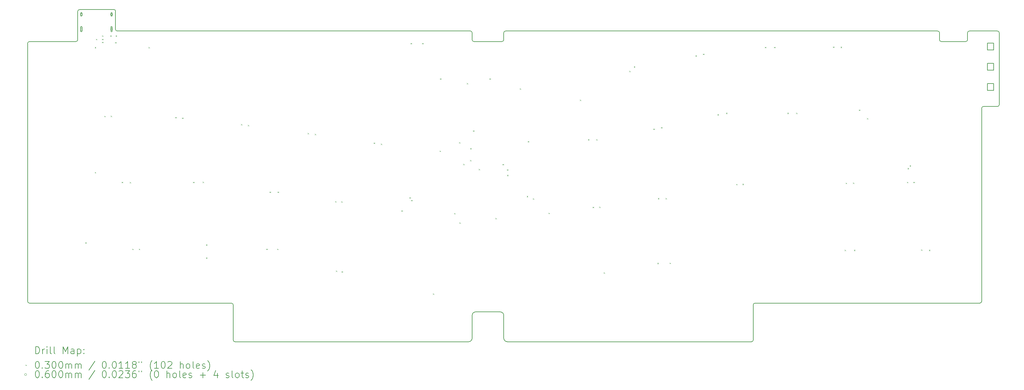
<source format=gbr>
%FSLAX45Y45*%
G04 Gerber Fmt 4.5, Leading zero omitted, Abs format (unit mm)*
G04 Created by KiCad (PCBNEW (5.99.0-9176-ga1730d51ff)) date 2021-05-08 16:46:10*
%MOMM*%
%LPD*%
G01*
G04 APERTURE LIST*
%TA.AperFunction,Profile*%
%ADD10C,0.200000*%
%TD*%
%ADD11C,0.200000*%
%ADD12C,0.030000*%
%ADD13C,0.060000*%
G04 APERTURE END LIST*
D10*
X9673000Y-9330000D02*
X9673000Y-9280000D01*
X34998000Y-9180000D02*
X34998000Y-9130000D01*
X34998000Y-16830000D02*
X28948000Y-16830000D01*
X34998000Y-9330000D02*
X34998000Y-9230000D01*
X34298000Y-9380000D02*
X34898000Y-9380000D01*
X28898000Y-16880000D02*
X28898000Y-16980000D01*
X10848000Y-9080000D02*
X13448000Y-9080000D01*
X22098000Y-17930000D02*
X21898000Y-17930000D01*
X35898000Y-9380000D02*
X35898000Y-11180000D01*
X8398000Y-9380000D02*
X8948000Y-9380000D01*
X35738000Y-9422000D02*
X35558000Y-9422000D01*
X35398000Y-12280000D02*
X35398000Y-13030000D01*
X14148000Y-17930000D02*
G75*
G02*
X14098000Y-17880000I0J50000D01*
G01*
X28898000Y-17880000D02*
G75*
G02*
X28848000Y-17930000I-50000J0D01*
G01*
X35558000Y-9622000D02*
X35738000Y-9622000D01*
X20498000Y-17930000D02*
X19548000Y-17930000D01*
X14098000Y-17880000D02*
X14098000Y-17680000D01*
X10748000Y-8730000D02*
X10748000Y-9030000D01*
X35583000Y-10572000D02*
X35558000Y-10572000D01*
X34198000Y-9230000D02*
X34198000Y-9330000D01*
X20898000Y-17180000D02*
G75*
G02*
X20998000Y-17080000I100000J0D01*
G01*
X14098000Y-17580000D02*
X14098000Y-16880000D01*
X20848000Y-9080000D02*
G75*
G02*
X20898000Y-9130000I0J-50000D01*
G01*
X35558000Y-9997500D02*
X35558000Y-10032500D01*
X35398000Y-16780000D02*
G75*
G02*
X35348000Y-16830000I-50000J0D01*
G01*
X21798000Y-17530000D02*
X21798000Y-17180000D01*
X35398000Y-11830000D02*
X35398000Y-12180000D01*
X35738000Y-10030000D02*
X35738000Y-9997000D01*
X20648000Y-17930000D02*
X20498000Y-17930000D01*
X35248000Y-9080000D02*
X35448000Y-9080000D01*
X21698000Y-17080000D02*
X20998000Y-17080000D01*
X28898000Y-16880000D02*
G75*
G02*
X28948000Y-16830000I50000J0D01*
G01*
X9673000Y-8930000D02*
X9673000Y-8730000D01*
X35558000Y-10572000D02*
X35558000Y-10607500D01*
X35738000Y-10772000D02*
X35738000Y-10734500D01*
X35738000Y-10572000D02*
X35713000Y-10572000D01*
X35398000Y-11280000D02*
X35398000Y-11405000D01*
X34998000Y-9230000D02*
X34998000Y-9180000D01*
X35713000Y-10572000D02*
X35583000Y-10572000D01*
X9673000Y-9280000D02*
X9673000Y-8930000D01*
X34248000Y-9380000D02*
X34298000Y-9380000D01*
X35558000Y-10735000D02*
X35558000Y-10772000D01*
X14048000Y-16830000D02*
G75*
G02*
X14098000Y-16880000I0J-50000D01*
G01*
X35898000Y-9280000D02*
X35898000Y-9380000D01*
X35348000Y-16830000D02*
X34998000Y-16830000D01*
X35558000Y-10164500D02*
X35558000Y-10197000D01*
X8248000Y-16330000D02*
X8248000Y-9580000D01*
X35738000Y-9432000D02*
X35738000Y-9422000D01*
X9673000Y-9330000D02*
G75*
G02*
X9623000Y-9380000I-50000J0D01*
G01*
X8298000Y-9380000D02*
X8398000Y-9380000D01*
X8298000Y-16830000D02*
G75*
G02*
X8248000Y-16780000I0J50000D01*
G01*
X10748000Y-8530000D02*
X10748000Y-8730000D01*
X35898000Y-11180000D02*
G75*
G02*
X35848000Y-11230000I-50000J0D01*
G01*
X13448000Y-9080000D02*
X13648000Y-9080000D01*
X9778000Y-8470000D02*
X10708000Y-8470000D01*
X22198000Y-17930000D02*
X22098000Y-17930000D01*
X35398000Y-13280000D02*
X35398000Y-14230000D01*
X21798000Y-9130000D02*
G75*
G02*
X21848000Y-9080000I50000J0D01*
G01*
X20898000Y-17830000D02*
G75*
G02*
X20798000Y-17930000I-100000J0D01*
G01*
X34198000Y-9180000D02*
X34198000Y-9230000D01*
X20898000Y-17180000D02*
X20898000Y-17530000D01*
X9673000Y-8730000D02*
X9673000Y-8530000D01*
X20898000Y-9130000D02*
X20898000Y-9330000D01*
X9673000Y-8520000D02*
G75*
G02*
X9723000Y-8470000I50000J0D01*
G01*
X10748000Y-8510000D02*
X10748000Y-8530000D01*
X22348000Y-17930000D02*
X22198000Y-17930000D01*
X35748000Y-9080000D02*
X35848000Y-9080000D01*
X35713000Y-10772000D02*
X35738000Y-10772000D01*
X34148000Y-9080000D02*
G75*
G02*
X34198000Y-9130000I0J-50000D01*
G01*
X8948000Y-9380000D02*
X9098000Y-9380000D01*
X34198000Y-9130000D02*
X34198000Y-9180000D01*
X20798000Y-17930000D02*
X20698000Y-17930000D01*
X35558000Y-10197000D02*
X35583000Y-10197000D01*
X20798000Y-9080000D02*
X20848000Y-9080000D01*
X35048000Y-9080000D02*
X35248000Y-9080000D01*
X14248000Y-17930000D02*
X14148000Y-17930000D01*
X35738000Y-9997000D02*
X35727000Y-9997000D01*
X34898000Y-9380000D02*
X34948000Y-9380000D01*
X19548000Y-17930000D02*
X14248000Y-17930000D01*
X35713000Y-10197000D02*
X35738000Y-10197000D01*
X35558000Y-9997000D02*
X35558000Y-9997500D01*
X21898000Y-17930000D02*
G75*
G02*
X21798000Y-17830000I0J100000D01*
G01*
X35398000Y-11730000D02*
X35398000Y-11830000D01*
X35398000Y-12180000D02*
X35398000Y-12280000D01*
X35398000Y-11280000D02*
G75*
G02*
X35448000Y-11230000I50000J0D01*
G01*
X8248000Y-9430000D02*
G75*
G02*
X8298000Y-9380000I50000J0D01*
G01*
X9673000Y-8530000D02*
X9673000Y-8520000D01*
X14048000Y-16830000D02*
X8298000Y-16830000D01*
X14098000Y-17680000D02*
X14098000Y-17580000D01*
X35848000Y-9080000D02*
G75*
G02*
X35898000Y-9130000I0J-50000D01*
G01*
X21848000Y-9080000D02*
X22148000Y-9080000D01*
X9098000Y-9380000D02*
X9623000Y-9380000D01*
X35448000Y-9080000D02*
X35748000Y-9080000D01*
X35713000Y-9997000D02*
X35583000Y-9997000D01*
X35558000Y-9603000D02*
X35558000Y-9622000D01*
X35398000Y-14230000D02*
X35398000Y-16780000D01*
X35398000Y-13030000D02*
X35398000Y-13180000D01*
X35548000Y-11230000D02*
X35448000Y-11230000D01*
X10708000Y-8470000D02*
G75*
G02*
X10748000Y-8510000I0J-40000D01*
G01*
X34248000Y-9380000D02*
G75*
G02*
X34198000Y-9330000I0J50000D01*
G01*
X35558000Y-9422000D02*
X35558000Y-9501000D01*
X33998000Y-9080000D02*
X34148000Y-9080000D01*
X21798000Y-17830000D02*
X21798000Y-17530000D01*
X34998000Y-9330000D02*
G75*
G02*
X34948000Y-9380000I-50000J0D01*
G01*
X20948000Y-9380000D02*
X21748000Y-9380000D01*
X20698000Y-17930000D02*
X20648000Y-17930000D01*
X28898000Y-16980000D02*
X28898000Y-17480000D01*
X35738000Y-10607000D02*
X35738000Y-10572000D01*
X28848000Y-17930000D02*
X26048000Y-17930000D01*
X35398000Y-11405000D02*
X35398000Y-11730000D01*
X35558000Y-9501000D02*
X35558000Y-9603000D01*
X35398000Y-13230000D02*
X35398000Y-13280000D01*
X35558000Y-10032500D02*
X35558000Y-10164500D01*
X35727000Y-9997000D02*
X35713000Y-9997000D01*
X35738000Y-10162000D02*
X35738000Y-10030000D01*
X35898000Y-9130000D02*
X35898000Y-9280000D01*
X35398000Y-13180000D02*
X35398000Y-13230000D01*
X35583000Y-10197000D02*
X35713000Y-10197000D01*
X35583000Y-10772000D02*
X35713000Y-10772000D01*
X34998000Y-9130000D02*
G75*
G02*
X35048000Y-9080000I50000J0D01*
G01*
X20948000Y-9380000D02*
G75*
G02*
X20898000Y-9330000I0J50000D01*
G01*
X10798000Y-9080000D02*
G75*
G02*
X10748000Y-9030000I0J50000D01*
G01*
X26048000Y-17930000D02*
X22348000Y-17930000D01*
X8248000Y-16780000D02*
X8248000Y-16330000D01*
X21798000Y-9330000D02*
X21798000Y-9130000D01*
X13648000Y-9080000D02*
X20548000Y-9080000D01*
X35848000Y-11230000D02*
X35548000Y-11230000D01*
X20898000Y-17530000D02*
X20898000Y-17830000D01*
X28898000Y-17480000D02*
X28898000Y-17680000D01*
X28898000Y-17680000D02*
X28898000Y-17880000D01*
X35738000Y-10734500D02*
X35738000Y-10607000D01*
X9723000Y-8470000D02*
X9778000Y-8470000D01*
X35583000Y-9997000D02*
X35558000Y-9997000D01*
X8248000Y-9580000D02*
X8248000Y-9430000D01*
X20548000Y-9080000D02*
X20798000Y-9080000D01*
X22148000Y-9080000D02*
X33998000Y-9080000D01*
X35738000Y-10197000D02*
X35738000Y-10162000D01*
X35738000Y-9622000D02*
X35738000Y-9432000D01*
X21698000Y-17080000D02*
G75*
G02*
X21798000Y-17180000I0J-100000D01*
G01*
X21798000Y-9330000D02*
G75*
G02*
X21748000Y-9380000I-50000J0D01*
G01*
X10798000Y-9080000D02*
X10848000Y-9080000D01*
X35558000Y-10607500D02*
X35558000Y-10735000D01*
X35558000Y-10772000D02*
X35583000Y-10772000D01*
D11*
D12*
X9888000Y-15099000D02*
X9918000Y-15129000D01*
X9918000Y-15099000D02*
X9888000Y-15129000D01*
X10158000Y-9537000D02*
X10188000Y-9567000D01*
X10188000Y-9537000D02*
X10158000Y-9567000D01*
X10158000Y-13095000D02*
X10188000Y-13125000D01*
X10188000Y-13095000D02*
X10158000Y-13125000D01*
X10195000Y-9302500D02*
X10225000Y-9332500D01*
X10225000Y-9302500D02*
X10195000Y-9332500D01*
X10367500Y-9302500D02*
X10397500Y-9332500D01*
X10397500Y-9302500D02*
X10367500Y-9332500D01*
X10367900Y-9208000D02*
X10397900Y-9238000D01*
X10397900Y-9208000D02*
X10367900Y-9238000D01*
X10367900Y-9387500D02*
X10397900Y-9417500D01*
X10397900Y-9387500D02*
X10367900Y-9417500D01*
X10432000Y-11497000D02*
X10462000Y-11527000D01*
X10462000Y-11497000D02*
X10432000Y-11527000D01*
X10600000Y-9207000D02*
X10630000Y-9237000D01*
X10630000Y-9207000D02*
X10600000Y-9237000D01*
X10614000Y-11494000D02*
X10644000Y-11524000D01*
X10644000Y-11494000D02*
X10614000Y-11524000D01*
X10740000Y-9397500D02*
X10770000Y-9427500D01*
X10770000Y-9397500D02*
X10740000Y-9427500D01*
X10752000Y-9208000D02*
X10782000Y-9238000D01*
X10782000Y-9208000D02*
X10752000Y-9238000D01*
X10924000Y-13377000D02*
X10954000Y-13407000D01*
X10954000Y-13377000D02*
X10924000Y-13407000D01*
X11155000Y-13380000D02*
X11185000Y-13410000D01*
X11185000Y-13380000D02*
X11155000Y-13410000D01*
X11227000Y-15281000D02*
X11257000Y-15311000D01*
X11257000Y-15281000D02*
X11227000Y-15311000D01*
X11413000Y-15283000D02*
X11443000Y-15313000D01*
X11443000Y-15283000D02*
X11413000Y-15313000D01*
X11687000Y-9537000D02*
X11717000Y-9567000D01*
X11717000Y-9537000D02*
X11687000Y-9567000D01*
X12450000Y-11530000D02*
X12480000Y-11560000D01*
X12480000Y-11530000D02*
X12450000Y-11560000D01*
X12643000Y-11546000D02*
X12673000Y-11576000D01*
X12673000Y-11546000D02*
X12643000Y-11576000D01*
X12960000Y-13378000D02*
X12990000Y-13408000D01*
X12990000Y-13378000D02*
X12960000Y-13408000D01*
X13228000Y-13372000D02*
X13258000Y-13402000D01*
X13258000Y-13372000D02*
X13228000Y-13402000D01*
X13325000Y-15158000D02*
X13355000Y-15188000D01*
X13355000Y-15158000D02*
X13325000Y-15188000D01*
X13328000Y-15530000D02*
X13358000Y-15560000D01*
X13358000Y-15530000D02*
X13328000Y-15560000D01*
X14322000Y-11731000D02*
X14352000Y-11761000D01*
X14352000Y-11731000D02*
X14322000Y-11761000D01*
X14516000Y-11756000D02*
X14546000Y-11786000D01*
X14546000Y-11756000D02*
X14516000Y-11786000D01*
X15042000Y-15282000D02*
X15072000Y-15312000D01*
X15072000Y-15282000D02*
X15042000Y-15312000D01*
X15132000Y-13656000D02*
X15162000Y-13686000D01*
X15162000Y-13656000D02*
X15132000Y-13686000D01*
X15348000Y-15282000D02*
X15378000Y-15312000D01*
X15378000Y-15282000D02*
X15348000Y-15312000D01*
X15361000Y-13654000D02*
X15391000Y-13684000D01*
X15391000Y-13654000D02*
X15361000Y-13684000D01*
X16216000Y-11982000D02*
X16246000Y-12012000D01*
X16246000Y-11982000D02*
X16216000Y-12012000D01*
X16422000Y-12011000D02*
X16452000Y-12041000D01*
X16452000Y-12011000D02*
X16422000Y-12041000D01*
X16999000Y-13927000D02*
X17029000Y-13957000D01*
X17029000Y-13927000D02*
X16999000Y-13957000D01*
X17022000Y-15904000D02*
X17052000Y-15934000D01*
X17052000Y-15904000D02*
X17022000Y-15934000D01*
X17174000Y-13931000D02*
X17204000Y-13961000D01*
X17204000Y-13931000D02*
X17174000Y-13961000D01*
X17184000Y-15926000D02*
X17214000Y-15956000D01*
X17214000Y-15926000D02*
X17184000Y-15956000D01*
X18099000Y-12259000D02*
X18129000Y-12289000D01*
X18129000Y-12259000D02*
X18099000Y-12289000D01*
X18300000Y-12289000D02*
X18330000Y-12319000D01*
X18330000Y-12289000D02*
X18300000Y-12319000D01*
X18886000Y-14189000D02*
X18916000Y-14219000D01*
X18916000Y-14189000D02*
X18886000Y-14219000D01*
X19113000Y-13816000D02*
X19143000Y-13846000D01*
X19143000Y-13816000D02*
X19113000Y-13846000D01*
X19147000Y-9422000D02*
X19177000Y-9452000D01*
X19177000Y-9422000D02*
X19147000Y-9452000D01*
X19164000Y-13892000D02*
X19194000Y-13922000D01*
X19194000Y-13892000D02*
X19164000Y-13922000D01*
X19477000Y-9422000D02*
X19507000Y-9452000D01*
X19507000Y-9422000D02*
X19477000Y-9452000D01*
X19782000Y-16554000D02*
X19812000Y-16584000D01*
X19812000Y-16554000D02*
X19782000Y-16584000D01*
X19974000Y-12487000D02*
X20004000Y-12517000D01*
X20004000Y-12487000D02*
X19974000Y-12517000D01*
X19987000Y-10430000D02*
X20017000Y-10460000D01*
X20017000Y-10430000D02*
X19987000Y-10460000D01*
X20387000Y-14264000D02*
X20417000Y-14294000D01*
X20417000Y-14264000D02*
X20387000Y-14294000D01*
X20525000Y-12248000D02*
X20555000Y-12278000D01*
X20555000Y-12248000D02*
X20525000Y-12278000D01*
X20535000Y-14532000D02*
X20565000Y-14562000D01*
X20565000Y-14532000D02*
X20535000Y-14562000D01*
X20644000Y-12862000D02*
X20674000Y-12892000D01*
X20674000Y-12862000D02*
X20644000Y-12892000D01*
X20745000Y-10559000D02*
X20775000Y-10589000D01*
X20775000Y-10559000D02*
X20745000Y-10589000D01*
X20839000Y-12753000D02*
X20869000Y-12783000D01*
X20869000Y-12753000D02*
X20839000Y-12783000D01*
X20846000Y-12415000D02*
X20876000Y-12445000D01*
X20876000Y-12415000D02*
X20846000Y-12445000D01*
X20925000Y-11911000D02*
X20955000Y-11941000D01*
X20955000Y-11911000D02*
X20925000Y-11941000D01*
X21085000Y-13008100D02*
X21115000Y-13038100D01*
X21115000Y-13008100D02*
X21085000Y-13038100D01*
X21390000Y-10430000D02*
X21420000Y-10460000D01*
X21420000Y-10430000D02*
X21390000Y-10460000D01*
X21561000Y-14405000D02*
X21591000Y-14435000D01*
X21591000Y-14405000D02*
X21561000Y-14435000D01*
X21763000Y-12867000D02*
X21793000Y-12897000D01*
X21793000Y-12867000D02*
X21763000Y-12897000D01*
X21888000Y-13020000D02*
X21918000Y-13050000D01*
X21918000Y-13020000D02*
X21888000Y-13050000D01*
X21894000Y-13179000D02*
X21924000Y-13209000D01*
X21924000Y-13179000D02*
X21894000Y-13209000D01*
X22256000Y-10714000D02*
X22286000Y-10744000D01*
X22286000Y-10714000D02*
X22256000Y-10744000D01*
X22453000Y-13779800D02*
X22483000Y-13809800D01*
X22483000Y-13779800D02*
X22453000Y-13809800D01*
X22481000Y-12218000D02*
X22511000Y-12248000D01*
X22511000Y-12218000D02*
X22481000Y-12248000D01*
X22628000Y-13845000D02*
X22658000Y-13875000D01*
X22658000Y-13845000D02*
X22628000Y-13875000D01*
X23072000Y-14258000D02*
X23102000Y-14288000D01*
X23102000Y-14258000D02*
X23072000Y-14288000D01*
X23964000Y-11034000D02*
X23994000Y-11064000D01*
X23994000Y-11034000D02*
X23964000Y-11064000D01*
X24199000Y-12161000D02*
X24229000Y-12191000D01*
X24229000Y-12161000D02*
X24199000Y-12191000D01*
X24329000Y-14086000D02*
X24359000Y-14116000D01*
X24359000Y-14086000D02*
X24329000Y-14116000D01*
X24428000Y-12161000D02*
X24458000Y-12191000D01*
X24458000Y-12161000D02*
X24428000Y-12191000D01*
X24516000Y-14083000D02*
X24546000Y-14113000D01*
X24546000Y-14083000D02*
X24516000Y-14113000D01*
X24640000Y-15955000D02*
X24670000Y-15985000D01*
X24670000Y-15955000D02*
X24640000Y-15985000D01*
X25372000Y-10215000D02*
X25402000Y-10245000D01*
X25402000Y-10215000D02*
X25372000Y-10245000D01*
X25503000Y-10086000D02*
X25533000Y-10116000D01*
X25533000Y-10086000D02*
X25503000Y-10116000D01*
X26058000Y-11861000D02*
X26088000Y-11891000D01*
X26088000Y-11861000D02*
X26058000Y-11891000D01*
X26171000Y-15684000D02*
X26201000Y-15714000D01*
X26201000Y-15684000D02*
X26171000Y-15714000D01*
X26186000Y-13838000D02*
X26216000Y-13868000D01*
X26216000Y-13838000D02*
X26186000Y-13868000D01*
X26274000Y-11817000D02*
X26304000Y-11847000D01*
X26304000Y-11817000D02*
X26274000Y-11847000D01*
X26401000Y-13836000D02*
X26431000Y-13866000D01*
X26431000Y-13836000D02*
X26401000Y-13866000D01*
X26519000Y-15680000D02*
X26549000Y-15710000D01*
X26549000Y-15680000D02*
X26519000Y-15710000D01*
X27253000Y-9774000D02*
X27283000Y-9804000D01*
X27283000Y-9774000D02*
X27253000Y-9804000D01*
X27469000Y-9728000D02*
X27499000Y-9758000D01*
X27499000Y-9728000D02*
X27469000Y-9758000D01*
X27879000Y-11448000D02*
X27909000Y-11478000D01*
X27909000Y-11448000D02*
X27879000Y-11478000D01*
X28126000Y-11410000D02*
X28156000Y-11440000D01*
X28156000Y-11410000D02*
X28126000Y-11440000D01*
X28412000Y-13437000D02*
X28442000Y-13467000D01*
X28442000Y-13437000D02*
X28412000Y-13467000D01*
X28593000Y-13430000D02*
X28623000Y-13460000D01*
X28623000Y-13430000D02*
X28593000Y-13460000D01*
X29229000Y-9532000D02*
X29259000Y-9562000D01*
X29259000Y-9532000D02*
X29229000Y-9562000D01*
X29493000Y-9531000D02*
X29523000Y-9561000D01*
X29523000Y-9531000D02*
X29493000Y-9561000D01*
X29869000Y-11407000D02*
X29899000Y-11437000D01*
X29899000Y-11407000D02*
X29869000Y-11437000D01*
X30122000Y-11408000D02*
X30152000Y-11438000D01*
X30152000Y-11408000D02*
X30122000Y-11438000D01*
X31170000Y-9525000D02*
X31200000Y-9555000D01*
X31200000Y-9525000D02*
X31170000Y-9555000D01*
X31384000Y-9528000D02*
X31414000Y-9558000D01*
X31414000Y-9528000D02*
X31384000Y-9558000D01*
X31501000Y-15310000D02*
X31531000Y-15340000D01*
X31531000Y-15310000D02*
X31501000Y-15340000D01*
X31529000Y-13401000D02*
X31559000Y-13431000D01*
X31559000Y-13401000D02*
X31529000Y-13431000D01*
X31735000Y-13399000D02*
X31765000Y-13429000D01*
X31765000Y-13399000D02*
X31735000Y-13429000D01*
X31767000Y-15311000D02*
X31797000Y-15341000D01*
X31797000Y-15311000D02*
X31767000Y-15341000D01*
X31905000Y-11319000D02*
X31935000Y-11349000D01*
X31935000Y-11319000D02*
X31905000Y-11349000D01*
X32135000Y-11559000D02*
X32165000Y-11589000D01*
X32165000Y-11559000D02*
X32135000Y-11589000D01*
X33275000Y-13375000D02*
X33305000Y-13405000D01*
X33305000Y-13375000D02*
X33275000Y-13405000D01*
X33289000Y-12982000D02*
X33319000Y-13012000D01*
X33319000Y-12982000D02*
X33289000Y-13012000D01*
X33349000Y-12906000D02*
X33379000Y-12936000D01*
X33379000Y-12906000D02*
X33349000Y-12936000D01*
X33458000Y-13377000D02*
X33488000Y-13407000D01*
X33488000Y-13377000D02*
X33458000Y-13407000D01*
X33674000Y-15301000D02*
X33704000Y-15331000D01*
X33704000Y-15301000D02*
X33674000Y-15331000D01*
X33901000Y-15313000D02*
X33931000Y-15343000D01*
X33931000Y-15313000D02*
X33901000Y-15343000D01*
D13*
X9806000Y-8606000D02*
G75*
G03*
X9806000Y-8606000I-30000J0D01*
G01*
D11*
X9756000Y-8576000D02*
X9756000Y-8636000D01*
X9796000Y-8576000D02*
X9796000Y-8636000D01*
X9756000Y-8636000D02*
G75*
G03*
X9796000Y-8636000I20000J0D01*
G01*
X9796000Y-8576000D02*
G75*
G03*
X9756000Y-8576000I-20000J0D01*
G01*
D13*
X9806000Y-9026000D02*
G75*
G03*
X9806000Y-9026000I-30000J0D01*
G01*
D11*
X9756000Y-8971000D02*
X9756000Y-9081000D01*
X9796000Y-8971000D02*
X9796000Y-9081000D01*
X9756000Y-9081000D02*
G75*
G03*
X9796000Y-9081000I20000J0D01*
G01*
X9796000Y-8971000D02*
G75*
G03*
X9756000Y-8971000I-20000J0D01*
G01*
D13*
X10666000Y-8606000D02*
G75*
G03*
X10666000Y-8606000I-30000J0D01*
G01*
D11*
X10616000Y-8576000D02*
X10616000Y-8636000D01*
X10656000Y-8576000D02*
X10656000Y-8636000D01*
X10616000Y-8636000D02*
G75*
G03*
X10656000Y-8636000I20000J0D01*
G01*
X10656000Y-8576000D02*
G75*
G03*
X10616000Y-8576000I-20000J0D01*
G01*
D13*
X10666000Y-9026000D02*
G75*
G03*
X10666000Y-9026000I-30000J0D01*
G01*
D11*
X10616000Y-8971000D02*
X10616000Y-9081000D01*
X10656000Y-8971000D02*
X10656000Y-9081000D01*
X10616000Y-9081000D02*
G75*
G03*
X10656000Y-9081000I20000J0D01*
G01*
X10656000Y-8971000D02*
G75*
G03*
X10616000Y-8971000I-20000J0D01*
G01*
X8475619Y-18270476D02*
X8475619Y-18070476D01*
X8523238Y-18070476D01*
X8551809Y-18080000D01*
X8570857Y-18099048D01*
X8580381Y-18118095D01*
X8589905Y-18156190D01*
X8589905Y-18184762D01*
X8580381Y-18222857D01*
X8570857Y-18241905D01*
X8551809Y-18260952D01*
X8523238Y-18270476D01*
X8475619Y-18270476D01*
X8675619Y-18270476D02*
X8675619Y-18137143D01*
X8675619Y-18175238D02*
X8685143Y-18156190D01*
X8694667Y-18146667D01*
X8713714Y-18137143D01*
X8732762Y-18137143D01*
X8799428Y-18270476D02*
X8799428Y-18137143D01*
X8799428Y-18070476D02*
X8789905Y-18080000D01*
X8799428Y-18089524D01*
X8808952Y-18080000D01*
X8799428Y-18070476D01*
X8799428Y-18089524D01*
X8923238Y-18270476D02*
X8904190Y-18260952D01*
X8894667Y-18241905D01*
X8894667Y-18070476D01*
X9028000Y-18270476D02*
X9008952Y-18260952D01*
X8999428Y-18241905D01*
X8999428Y-18070476D01*
X9256571Y-18270476D02*
X9256571Y-18070476D01*
X9323238Y-18213333D01*
X9389905Y-18070476D01*
X9389905Y-18270476D01*
X9570857Y-18270476D02*
X9570857Y-18165714D01*
X9561333Y-18146667D01*
X9542286Y-18137143D01*
X9504190Y-18137143D01*
X9485143Y-18146667D01*
X9570857Y-18260952D02*
X9551809Y-18270476D01*
X9504190Y-18270476D01*
X9485143Y-18260952D01*
X9475619Y-18241905D01*
X9475619Y-18222857D01*
X9485143Y-18203810D01*
X9504190Y-18194286D01*
X9551809Y-18194286D01*
X9570857Y-18184762D01*
X9666095Y-18137143D02*
X9666095Y-18337143D01*
X9666095Y-18146667D02*
X9685143Y-18137143D01*
X9723238Y-18137143D01*
X9742286Y-18146667D01*
X9751809Y-18156190D01*
X9761333Y-18175238D01*
X9761333Y-18232381D01*
X9751809Y-18251429D01*
X9742286Y-18260952D01*
X9723238Y-18270476D01*
X9685143Y-18270476D01*
X9666095Y-18260952D01*
X9847048Y-18251429D02*
X9856571Y-18260952D01*
X9847048Y-18270476D01*
X9837524Y-18260952D01*
X9847048Y-18251429D01*
X9847048Y-18270476D01*
X9847048Y-18146667D02*
X9856571Y-18156190D01*
X9847048Y-18165714D01*
X9837524Y-18156190D01*
X9847048Y-18146667D01*
X9847048Y-18165714D01*
D12*
X8188000Y-18585000D02*
X8218000Y-18615000D01*
X8218000Y-18585000D02*
X8188000Y-18615000D01*
D11*
X8513714Y-18490476D02*
X8532762Y-18490476D01*
X8551809Y-18500000D01*
X8561333Y-18509524D01*
X8570857Y-18528571D01*
X8580381Y-18566667D01*
X8580381Y-18614286D01*
X8570857Y-18652381D01*
X8561333Y-18671429D01*
X8551809Y-18680952D01*
X8532762Y-18690476D01*
X8513714Y-18690476D01*
X8494667Y-18680952D01*
X8485143Y-18671429D01*
X8475619Y-18652381D01*
X8466095Y-18614286D01*
X8466095Y-18566667D01*
X8475619Y-18528571D01*
X8485143Y-18509524D01*
X8494667Y-18500000D01*
X8513714Y-18490476D01*
X8666095Y-18671429D02*
X8675619Y-18680952D01*
X8666095Y-18690476D01*
X8656571Y-18680952D01*
X8666095Y-18671429D01*
X8666095Y-18690476D01*
X8742286Y-18490476D02*
X8866095Y-18490476D01*
X8799428Y-18566667D01*
X8828000Y-18566667D01*
X8847048Y-18576190D01*
X8856571Y-18585714D01*
X8866095Y-18604762D01*
X8866095Y-18652381D01*
X8856571Y-18671429D01*
X8847048Y-18680952D01*
X8828000Y-18690476D01*
X8770857Y-18690476D01*
X8751809Y-18680952D01*
X8742286Y-18671429D01*
X8989905Y-18490476D02*
X9008952Y-18490476D01*
X9028000Y-18500000D01*
X9037524Y-18509524D01*
X9047048Y-18528571D01*
X9056571Y-18566667D01*
X9056571Y-18614286D01*
X9047048Y-18652381D01*
X9037524Y-18671429D01*
X9028000Y-18680952D01*
X9008952Y-18690476D01*
X8989905Y-18690476D01*
X8970857Y-18680952D01*
X8961333Y-18671429D01*
X8951809Y-18652381D01*
X8942286Y-18614286D01*
X8942286Y-18566667D01*
X8951809Y-18528571D01*
X8961333Y-18509524D01*
X8970857Y-18500000D01*
X8989905Y-18490476D01*
X9180381Y-18490476D02*
X9199428Y-18490476D01*
X9218476Y-18500000D01*
X9228000Y-18509524D01*
X9237524Y-18528571D01*
X9247048Y-18566667D01*
X9247048Y-18614286D01*
X9237524Y-18652381D01*
X9228000Y-18671429D01*
X9218476Y-18680952D01*
X9199428Y-18690476D01*
X9180381Y-18690476D01*
X9161333Y-18680952D01*
X9151809Y-18671429D01*
X9142286Y-18652381D01*
X9132762Y-18614286D01*
X9132762Y-18566667D01*
X9142286Y-18528571D01*
X9151809Y-18509524D01*
X9161333Y-18500000D01*
X9180381Y-18490476D01*
X9332762Y-18690476D02*
X9332762Y-18557143D01*
X9332762Y-18576190D02*
X9342286Y-18566667D01*
X9361333Y-18557143D01*
X9389905Y-18557143D01*
X9408952Y-18566667D01*
X9418476Y-18585714D01*
X9418476Y-18690476D01*
X9418476Y-18585714D02*
X9428000Y-18566667D01*
X9447048Y-18557143D01*
X9475619Y-18557143D01*
X9494667Y-18566667D01*
X9504190Y-18585714D01*
X9504190Y-18690476D01*
X9599428Y-18690476D02*
X9599428Y-18557143D01*
X9599428Y-18576190D02*
X9608952Y-18566667D01*
X9628000Y-18557143D01*
X9656571Y-18557143D01*
X9675619Y-18566667D01*
X9685143Y-18585714D01*
X9685143Y-18690476D01*
X9685143Y-18585714D02*
X9694667Y-18566667D01*
X9713714Y-18557143D01*
X9742286Y-18557143D01*
X9761333Y-18566667D01*
X9770857Y-18585714D01*
X9770857Y-18690476D01*
X10161333Y-18480952D02*
X9989905Y-18738095D01*
X10418476Y-18490476D02*
X10437524Y-18490476D01*
X10456571Y-18500000D01*
X10466095Y-18509524D01*
X10475619Y-18528571D01*
X10485143Y-18566667D01*
X10485143Y-18614286D01*
X10475619Y-18652381D01*
X10466095Y-18671429D01*
X10456571Y-18680952D01*
X10437524Y-18690476D01*
X10418476Y-18690476D01*
X10399428Y-18680952D01*
X10389905Y-18671429D01*
X10380381Y-18652381D01*
X10370857Y-18614286D01*
X10370857Y-18566667D01*
X10380381Y-18528571D01*
X10389905Y-18509524D01*
X10399428Y-18500000D01*
X10418476Y-18490476D01*
X10570857Y-18671429D02*
X10580381Y-18680952D01*
X10570857Y-18690476D01*
X10561333Y-18680952D01*
X10570857Y-18671429D01*
X10570857Y-18690476D01*
X10704190Y-18490476D02*
X10723238Y-18490476D01*
X10742286Y-18500000D01*
X10751809Y-18509524D01*
X10761333Y-18528571D01*
X10770857Y-18566667D01*
X10770857Y-18614286D01*
X10761333Y-18652381D01*
X10751809Y-18671429D01*
X10742286Y-18680952D01*
X10723238Y-18690476D01*
X10704190Y-18690476D01*
X10685143Y-18680952D01*
X10675619Y-18671429D01*
X10666095Y-18652381D01*
X10656571Y-18614286D01*
X10656571Y-18566667D01*
X10666095Y-18528571D01*
X10675619Y-18509524D01*
X10685143Y-18500000D01*
X10704190Y-18490476D01*
X10961333Y-18690476D02*
X10847048Y-18690476D01*
X10904190Y-18690476D02*
X10904190Y-18490476D01*
X10885143Y-18519048D01*
X10866095Y-18538095D01*
X10847048Y-18547619D01*
X11151809Y-18690476D02*
X11037524Y-18690476D01*
X11094667Y-18690476D02*
X11094667Y-18490476D01*
X11075619Y-18519048D01*
X11056571Y-18538095D01*
X11037524Y-18547619D01*
X11266095Y-18576190D02*
X11247047Y-18566667D01*
X11237524Y-18557143D01*
X11228000Y-18538095D01*
X11228000Y-18528571D01*
X11237524Y-18509524D01*
X11247047Y-18500000D01*
X11266095Y-18490476D01*
X11304190Y-18490476D01*
X11323238Y-18500000D01*
X11332762Y-18509524D01*
X11342286Y-18528571D01*
X11342286Y-18538095D01*
X11332762Y-18557143D01*
X11323238Y-18566667D01*
X11304190Y-18576190D01*
X11266095Y-18576190D01*
X11247047Y-18585714D01*
X11237524Y-18595238D01*
X11228000Y-18614286D01*
X11228000Y-18652381D01*
X11237524Y-18671429D01*
X11247047Y-18680952D01*
X11266095Y-18690476D01*
X11304190Y-18690476D01*
X11323238Y-18680952D01*
X11332762Y-18671429D01*
X11342286Y-18652381D01*
X11342286Y-18614286D01*
X11332762Y-18595238D01*
X11323238Y-18585714D01*
X11304190Y-18576190D01*
X11418476Y-18490476D02*
X11418476Y-18528571D01*
X11494666Y-18490476D02*
X11494666Y-18528571D01*
X11789905Y-18766667D02*
X11780381Y-18757143D01*
X11761333Y-18728571D01*
X11751809Y-18709524D01*
X11742286Y-18680952D01*
X11732762Y-18633333D01*
X11732762Y-18595238D01*
X11742286Y-18547619D01*
X11751809Y-18519048D01*
X11761333Y-18500000D01*
X11780381Y-18471429D01*
X11789905Y-18461905D01*
X11970857Y-18690476D02*
X11856571Y-18690476D01*
X11913714Y-18690476D02*
X11913714Y-18490476D01*
X11894666Y-18519048D01*
X11875619Y-18538095D01*
X11856571Y-18547619D01*
X12094666Y-18490476D02*
X12113714Y-18490476D01*
X12132762Y-18500000D01*
X12142286Y-18509524D01*
X12151809Y-18528571D01*
X12161333Y-18566667D01*
X12161333Y-18614286D01*
X12151809Y-18652381D01*
X12142286Y-18671429D01*
X12132762Y-18680952D01*
X12113714Y-18690476D01*
X12094666Y-18690476D01*
X12075619Y-18680952D01*
X12066095Y-18671429D01*
X12056571Y-18652381D01*
X12047047Y-18614286D01*
X12047047Y-18566667D01*
X12056571Y-18528571D01*
X12066095Y-18509524D01*
X12075619Y-18500000D01*
X12094666Y-18490476D01*
X12237524Y-18509524D02*
X12247047Y-18500000D01*
X12266095Y-18490476D01*
X12313714Y-18490476D01*
X12332762Y-18500000D01*
X12342286Y-18509524D01*
X12351809Y-18528571D01*
X12351809Y-18547619D01*
X12342286Y-18576190D01*
X12228000Y-18690476D01*
X12351809Y-18690476D01*
X12589905Y-18690476D02*
X12589905Y-18490476D01*
X12675619Y-18690476D02*
X12675619Y-18585714D01*
X12666095Y-18566667D01*
X12647047Y-18557143D01*
X12618476Y-18557143D01*
X12599428Y-18566667D01*
X12589905Y-18576190D01*
X12799428Y-18690476D02*
X12780381Y-18680952D01*
X12770857Y-18671429D01*
X12761333Y-18652381D01*
X12761333Y-18595238D01*
X12770857Y-18576190D01*
X12780381Y-18566667D01*
X12799428Y-18557143D01*
X12828000Y-18557143D01*
X12847047Y-18566667D01*
X12856571Y-18576190D01*
X12866095Y-18595238D01*
X12866095Y-18652381D01*
X12856571Y-18671429D01*
X12847047Y-18680952D01*
X12828000Y-18690476D01*
X12799428Y-18690476D01*
X12980381Y-18690476D02*
X12961333Y-18680952D01*
X12951809Y-18661905D01*
X12951809Y-18490476D01*
X13132762Y-18680952D02*
X13113714Y-18690476D01*
X13075619Y-18690476D01*
X13056571Y-18680952D01*
X13047047Y-18661905D01*
X13047047Y-18585714D01*
X13056571Y-18566667D01*
X13075619Y-18557143D01*
X13113714Y-18557143D01*
X13132762Y-18566667D01*
X13142286Y-18585714D01*
X13142286Y-18604762D01*
X13047047Y-18623810D01*
X13218476Y-18680952D02*
X13237524Y-18690476D01*
X13275619Y-18690476D01*
X13294666Y-18680952D01*
X13304190Y-18661905D01*
X13304190Y-18652381D01*
X13294666Y-18633333D01*
X13275619Y-18623810D01*
X13247047Y-18623810D01*
X13228000Y-18614286D01*
X13218476Y-18595238D01*
X13218476Y-18585714D01*
X13228000Y-18566667D01*
X13247047Y-18557143D01*
X13275619Y-18557143D01*
X13294666Y-18566667D01*
X13370857Y-18766667D02*
X13380381Y-18757143D01*
X13399428Y-18728571D01*
X13408952Y-18709524D01*
X13418476Y-18680952D01*
X13428000Y-18633333D01*
X13428000Y-18595238D01*
X13418476Y-18547619D01*
X13408952Y-18519048D01*
X13399428Y-18500000D01*
X13380381Y-18471429D01*
X13370857Y-18461905D01*
D13*
X8218000Y-18864000D02*
G75*
G03*
X8218000Y-18864000I-30000J0D01*
G01*
D11*
X8513714Y-18754476D02*
X8532762Y-18754476D01*
X8551809Y-18764000D01*
X8561333Y-18773524D01*
X8570857Y-18792571D01*
X8580381Y-18830667D01*
X8580381Y-18878286D01*
X8570857Y-18916381D01*
X8561333Y-18935429D01*
X8551809Y-18944952D01*
X8532762Y-18954476D01*
X8513714Y-18954476D01*
X8494667Y-18944952D01*
X8485143Y-18935429D01*
X8475619Y-18916381D01*
X8466095Y-18878286D01*
X8466095Y-18830667D01*
X8475619Y-18792571D01*
X8485143Y-18773524D01*
X8494667Y-18764000D01*
X8513714Y-18754476D01*
X8666095Y-18935429D02*
X8675619Y-18944952D01*
X8666095Y-18954476D01*
X8656571Y-18944952D01*
X8666095Y-18935429D01*
X8666095Y-18954476D01*
X8847048Y-18754476D02*
X8808952Y-18754476D01*
X8789905Y-18764000D01*
X8780381Y-18773524D01*
X8761333Y-18802095D01*
X8751809Y-18840190D01*
X8751809Y-18916381D01*
X8761333Y-18935429D01*
X8770857Y-18944952D01*
X8789905Y-18954476D01*
X8828000Y-18954476D01*
X8847048Y-18944952D01*
X8856571Y-18935429D01*
X8866095Y-18916381D01*
X8866095Y-18868762D01*
X8856571Y-18849714D01*
X8847048Y-18840190D01*
X8828000Y-18830667D01*
X8789905Y-18830667D01*
X8770857Y-18840190D01*
X8761333Y-18849714D01*
X8751809Y-18868762D01*
X8989905Y-18754476D02*
X9008952Y-18754476D01*
X9028000Y-18764000D01*
X9037524Y-18773524D01*
X9047048Y-18792571D01*
X9056571Y-18830667D01*
X9056571Y-18878286D01*
X9047048Y-18916381D01*
X9037524Y-18935429D01*
X9028000Y-18944952D01*
X9008952Y-18954476D01*
X8989905Y-18954476D01*
X8970857Y-18944952D01*
X8961333Y-18935429D01*
X8951809Y-18916381D01*
X8942286Y-18878286D01*
X8942286Y-18830667D01*
X8951809Y-18792571D01*
X8961333Y-18773524D01*
X8970857Y-18764000D01*
X8989905Y-18754476D01*
X9180381Y-18754476D02*
X9199428Y-18754476D01*
X9218476Y-18764000D01*
X9228000Y-18773524D01*
X9237524Y-18792571D01*
X9247048Y-18830667D01*
X9247048Y-18878286D01*
X9237524Y-18916381D01*
X9228000Y-18935429D01*
X9218476Y-18944952D01*
X9199428Y-18954476D01*
X9180381Y-18954476D01*
X9161333Y-18944952D01*
X9151809Y-18935429D01*
X9142286Y-18916381D01*
X9132762Y-18878286D01*
X9132762Y-18830667D01*
X9142286Y-18792571D01*
X9151809Y-18773524D01*
X9161333Y-18764000D01*
X9180381Y-18754476D01*
X9332762Y-18954476D02*
X9332762Y-18821143D01*
X9332762Y-18840190D02*
X9342286Y-18830667D01*
X9361333Y-18821143D01*
X9389905Y-18821143D01*
X9408952Y-18830667D01*
X9418476Y-18849714D01*
X9418476Y-18954476D01*
X9418476Y-18849714D02*
X9428000Y-18830667D01*
X9447048Y-18821143D01*
X9475619Y-18821143D01*
X9494667Y-18830667D01*
X9504190Y-18849714D01*
X9504190Y-18954476D01*
X9599428Y-18954476D02*
X9599428Y-18821143D01*
X9599428Y-18840190D02*
X9608952Y-18830667D01*
X9628000Y-18821143D01*
X9656571Y-18821143D01*
X9675619Y-18830667D01*
X9685143Y-18849714D01*
X9685143Y-18954476D01*
X9685143Y-18849714D02*
X9694667Y-18830667D01*
X9713714Y-18821143D01*
X9742286Y-18821143D01*
X9761333Y-18830667D01*
X9770857Y-18849714D01*
X9770857Y-18954476D01*
X10161333Y-18744952D02*
X9989905Y-19002095D01*
X10418476Y-18754476D02*
X10437524Y-18754476D01*
X10456571Y-18764000D01*
X10466095Y-18773524D01*
X10475619Y-18792571D01*
X10485143Y-18830667D01*
X10485143Y-18878286D01*
X10475619Y-18916381D01*
X10466095Y-18935429D01*
X10456571Y-18944952D01*
X10437524Y-18954476D01*
X10418476Y-18954476D01*
X10399428Y-18944952D01*
X10389905Y-18935429D01*
X10380381Y-18916381D01*
X10370857Y-18878286D01*
X10370857Y-18830667D01*
X10380381Y-18792571D01*
X10389905Y-18773524D01*
X10399428Y-18764000D01*
X10418476Y-18754476D01*
X10570857Y-18935429D02*
X10580381Y-18944952D01*
X10570857Y-18954476D01*
X10561333Y-18944952D01*
X10570857Y-18935429D01*
X10570857Y-18954476D01*
X10704190Y-18754476D02*
X10723238Y-18754476D01*
X10742286Y-18764000D01*
X10751809Y-18773524D01*
X10761333Y-18792571D01*
X10770857Y-18830667D01*
X10770857Y-18878286D01*
X10761333Y-18916381D01*
X10751809Y-18935429D01*
X10742286Y-18944952D01*
X10723238Y-18954476D01*
X10704190Y-18954476D01*
X10685143Y-18944952D01*
X10675619Y-18935429D01*
X10666095Y-18916381D01*
X10656571Y-18878286D01*
X10656571Y-18830667D01*
X10666095Y-18792571D01*
X10675619Y-18773524D01*
X10685143Y-18764000D01*
X10704190Y-18754476D01*
X10847048Y-18773524D02*
X10856571Y-18764000D01*
X10875619Y-18754476D01*
X10923238Y-18754476D01*
X10942286Y-18764000D01*
X10951809Y-18773524D01*
X10961333Y-18792571D01*
X10961333Y-18811619D01*
X10951809Y-18840190D01*
X10837524Y-18954476D01*
X10961333Y-18954476D01*
X11028000Y-18754476D02*
X11151809Y-18754476D01*
X11085143Y-18830667D01*
X11113714Y-18830667D01*
X11132762Y-18840190D01*
X11142286Y-18849714D01*
X11151809Y-18868762D01*
X11151809Y-18916381D01*
X11142286Y-18935429D01*
X11132762Y-18944952D01*
X11113714Y-18954476D01*
X11056571Y-18954476D01*
X11037524Y-18944952D01*
X11028000Y-18935429D01*
X11323238Y-18754476D02*
X11285143Y-18754476D01*
X11266095Y-18764000D01*
X11256571Y-18773524D01*
X11237524Y-18802095D01*
X11228000Y-18840190D01*
X11228000Y-18916381D01*
X11237524Y-18935429D01*
X11247047Y-18944952D01*
X11266095Y-18954476D01*
X11304190Y-18954476D01*
X11323238Y-18944952D01*
X11332762Y-18935429D01*
X11342286Y-18916381D01*
X11342286Y-18868762D01*
X11332762Y-18849714D01*
X11323238Y-18840190D01*
X11304190Y-18830667D01*
X11266095Y-18830667D01*
X11247047Y-18840190D01*
X11237524Y-18849714D01*
X11228000Y-18868762D01*
X11418476Y-18754476D02*
X11418476Y-18792571D01*
X11494666Y-18754476D02*
X11494666Y-18792571D01*
X11789905Y-19030667D02*
X11780381Y-19021143D01*
X11761333Y-18992571D01*
X11751809Y-18973524D01*
X11742286Y-18944952D01*
X11732762Y-18897333D01*
X11732762Y-18859238D01*
X11742286Y-18811619D01*
X11751809Y-18783048D01*
X11761333Y-18764000D01*
X11780381Y-18735429D01*
X11789905Y-18725905D01*
X11904190Y-18754476D02*
X11923238Y-18754476D01*
X11942286Y-18764000D01*
X11951809Y-18773524D01*
X11961333Y-18792571D01*
X11970857Y-18830667D01*
X11970857Y-18878286D01*
X11961333Y-18916381D01*
X11951809Y-18935429D01*
X11942286Y-18944952D01*
X11923238Y-18954476D01*
X11904190Y-18954476D01*
X11885143Y-18944952D01*
X11875619Y-18935429D01*
X11866095Y-18916381D01*
X11856571Y-18878286D01*
X11856571Y-18830667D01*
X11866095Y-18792571D01*
X11875619Y-18773524D01*
X11885143Y-18764000D01*
X11904190Y-18754476D01*
X12208952Y-18954476D02*
X12208952Y-18754476D01*
X12294666Y-18954476D02*
X12294666Y-18849714D01*
X12285143Y-18830667D01*
X12266095Y-18821143D01*
X12237524Y-18821143D01*
X12218476Y-18830667D01*
X12208952Y-18840190D01*
X12418476Y-18954476D02*
X12399428Y-18944952D01*
X12389905Y-18935429D01*
X12380381Y-18916381D01*
X12380381Y-18859238D01*
X12389905Y-18840190D01*
X12399428Y-18830667D01*
X12418476Y-18821143D01*
X12447047Y-18821143D01*
X12466095Y-18830667D01*
X12475619Y-18840190D01*
X12485143Y-18859238D01*
X12485143Y-18916381D01*
X12475619Y-18935429D01*
X12466095Y-18944952D01*
X12447047Y-18954476D01*
X12418476Y-18954476D01*
X12599428Y-18954476D02*
X12580381Y-18944952D01*
X12570857Y-18925905D01*
X12570857Y-18754476D01*
X12751809Y-18944952D02*
X12732762Y-18954476D01*
X12694666Y-18954476D01*
X12675619Y-18944952D01*
X12666095Y-18925905D01*
X12666095Y-18849714D01*
X12675619Y-18830667D01*
X12694666Y-18821143D01*
X12732762Y-18821143D01*
X12751809Y-18830667D01*
X12761333Y-18849714D01*
X12761333Y-18868762D01*
X12666095Y-18887810D01*
X12837524Y-18944952D02*
X12856571Y-18954476D01*
X12894666Y-18954476D01*
X12913714Y-18944952D01*
X12923238Y-18925905D01*
X12923238Y-18916381D01*
X12913714Y-18897333D01*
X12894666Y-18887810D01*
X12866095Y-18887810D01*
X12847047Y-18878286D01*
X12837524Y-18859238D01*
X12837524Y-18849714D01*
X12847047Y-18830667D01*
X12866095Y-18821143D01*
X12894666Y-18821143D01*
X12913714Y-18830667D01*
X13161333Y-18878286D02*
X13313714Y-18878286D01*
X13237524Y-18954476D02*
X13237524Y-18802095D01*
X13647047Y-18821143D02*
X13647047Y-18954476D01*
X13599428Y-18744952D02*
X13551809Y-18887810D01*
X13675619Y-18887810D01*
X13894666Y-18944952D02*
X13913714Y-18954476D01*
X13951809Y-18954476D01*
X13970857Y-18944952D01*
X13980381Y-18925905D01*
X13980381Y-18916381D01*
X13970857Y-18897333D01*
X13951809Y-18887810D01*
X13923238Y-18887810D01*
X13904190Y-18878286D01*
X13894666Y-18859238D01*
X13894666Y-18849714D01*
X13904190Y-18830667D01*
X13923238Y-18821143D01*
X13951809Y-18821143D01*
X13970857Y-18830667D01*
X14094666Y-18954476D02*
X14075619Y-18944952D01*
X14066095Y-18925905D01*
X14066095Y-18754476D01*
X14199428Y-18954476D02*
X14180381Y-18944952D01*
X14170857Y-18935429D01*
X14161333Y-18916381D01*
X14161333Y-18859238D01*
X14170857Y-18840190D01*
X14180381Y-18830667D01*
X14199428Y-18821143D01*
X14228000Y-18821143D01*
X14247047Y-18830667D01*
X14256571Y-18840190D01*
X14266095Y-18859238D01*
X14266095Y-18916381D01*
X14256571Y-18935429D01*
X14247047Y-18944952D01*
X14228000Y-18954476D01*
X14199428Y-18954476D01*
X14323238Y-18821143D02*
X14399428Y-18821143D01*
X14351809Y-18754476D02*
X14351809Y-18925905D01*
X14361333Y-18944952D01*
X14380381Y-18954476D01*
X14399428Y-18954476D01*
X14456571Y-18944952D02*
X14475619Y-18954476D01*
X14513714Y-18954476D01*
X14532762Y-18944952D01*
X14542286Y-18925905D01*
X14542286Y-18916381D01*
X14532762Y-18897333D01*
X14513714Y-18887810D01*
X14485143Y-18887810D01*
X14466095Y-18878286D01*
X14456571Y-18859238D01*
X14456571Y-18849714D01*
X14466095Y-18830667D01*
X14485143Y-18821143D01*
X14513714Y-18821143D01*
X14532762Y-18830667D01*
X14608952Y-19030667D02*
X14618476Y-19021143D01*
X14637524Y-18992571D01*
X14647047Y-18973524D01*
X14656571Y-18944952D01*
X14666095Y-18897333D01*
X14666095Y-18859238D01*
X14656571Y-18811619D01*
X14647047Y-18783048D01*
X14637524Y-18764000D01*
X14618476Y-18735429D01*
X14608952Y-18725905D01*
M02*

</source>
